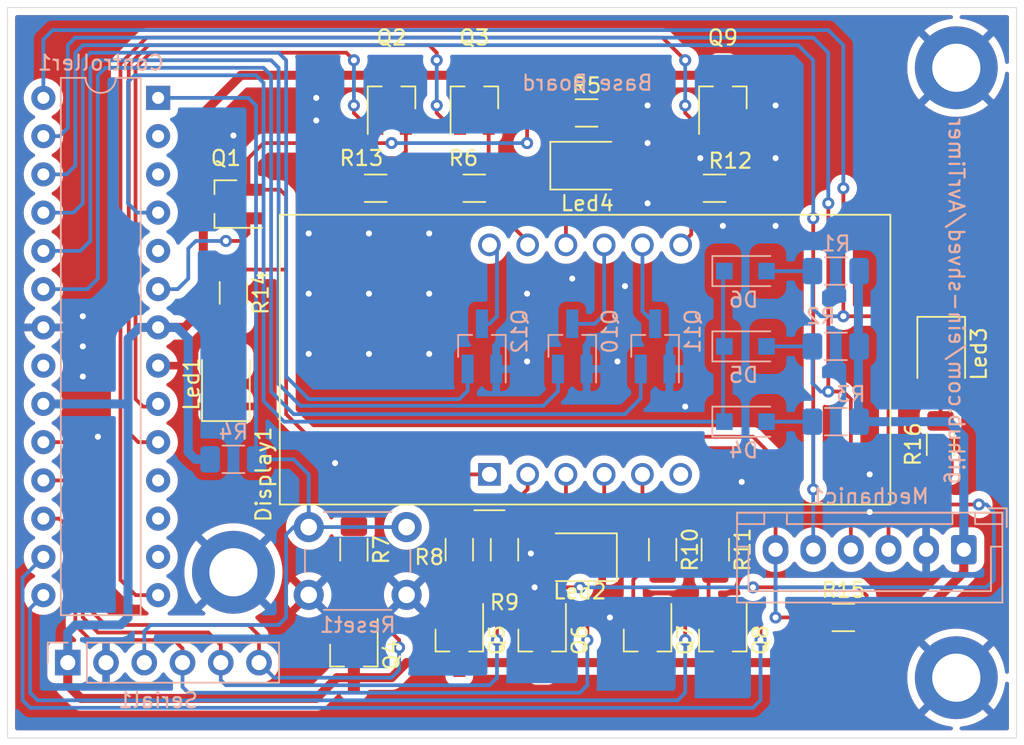
<source format=kicad_pcb>
(kicad_pcb (version 20210623) (generator pcbnew)
  (title_block (title "AvrTimer"))
  (layers (0 "F.Cu" signal) (31 "B.Cu" signal) (34 "B.Paste" user) (35 "F.Paste" user) (36 "B.SilkS" user "B.Silkscreen") (37 "F.SilkS" user "F.Silkscreen") (38 "B.Mask" user) (39 "F.Mask" user) (44 "Edge.Cuts" user))
  (net 0 "")
  (net 1 "GND")
  (net 2 "VCC")
  (net 3 "Net-(Q2-Pad2)")
  (net 4 "Net-(Q3-Pad2)")
  (net 5 "Net-(Q4-Pad2)")
  (net 6 "Net-(Q8-Pad2)")
  (net 7 "Net-(Q9-Pad2)")
  (net 8 "Net-(Controller1-Pad28)")
  (net 9 "Net-(Controller1-Pad14)")
  (net 10 "Net-(Controller1-Pad27)")
  (net 12 "Net-(Controller1-Pad26)")
  (net 14 "Net-(Controller1-Pad25)")
  (net 16 "Net-(Controller1-Pad24)")
  (net 17 "Net-(Controller1-Pad10)")
  (net 18 "Net-(Controller1-Pad23)")
  (net 19 "Net-(Controller1-Pad9)")
  (net 20 "Net-(Display1-Pad12)")
  (net 22 "Net-(Led2-Pad2)")
  (net 23 "Net-(Controller1-Pad6)")
  (net 24 "Net-(Controller1-Pad19)")
  (net 26 "Net-(Controller1-Pad18)")
  (net 27 "Net-(Controller1-Pad4)")
  (net 28 "Net-(Controller1-Pad17)")
  (net 30 "Net-(Controller1-Pad16)")
  (net 32 "Net-(Controller1-Pad15)")
  (net 33 "Net-(Controller1-Pad1)")
  (net 34 "Net-(Display1-Pad11)")
  (net 35 "Net-(Display1-Pad10)")
  (net 36 "Net-(Display1-Pad9)")
  (net 37 "Net-(Display1-Pad7)")
  (net 39 "Net-(Display1-Pad5)")
  (net 40 "Net-(Display1-Pad4)")
  (net 41 "Net-(Display1-Pad3)")
  (net 42 "Net-(Display1-Pad2)")
  (net 43 "Net-(Display1-Pad1)")
  (net 44 "Net-(Led1-Pad2)")
  (net 45 "Net-(Led3-Pad2)")
  (net 46 "Net-(Led4-Pad2)")
  (net 47 "Net-(Q5-Pad2)")
  (net 48 "Net-(Q6-Pad2)")
  (net 49 "Net-(Q7-Pad2)")
  (net 50 "Net-(Mechanic1-Pad6)")
  (net 51 "Net-(Display1-Pad8)")
  (footprint "LED_SMD:LED_1210_3225Metric_Pad1.42x2.65mm_HandSolder" (layer "F.Cu") (at 92.5 74 90)
    (fp_text reference "Led1")
    (fp_text value "Red")
  )
  (footprint "LED_SMD:LED_1210_3225Metric_Pad1.42x2.65mm_HandSolder" (layer "F.Cu") (at 116.5 59.5)
    (fp_text reference "Led4")
    (fp_text value "Red")
  )
  (footprint "Package_TO_SOT_SMD:SOT-23_Handsoldering" (layer "F.Cu") (at 92.5 62.05 180)
    (fp_text reference "Q1")
    (fp_text value "BC846")
  )
  (footprint "Package_TO_SOT_SMD:SOT-23_Handsoldering" (layer "F.Cu") (at 103.5 55 90)
    (fp_text reference "Q2")
    (fp_text value "BC846")
  )
  (footprint "Package_TO_SOT_SMD:SOT-23_Handsoldering" (layer "F.Cu") (at 109 55 90)
    (fp_text reference "Q3")
    (fp_text value "BC846")
  )
  (footprint "Package_TO_SOT_SMD:SOT-23_Handsoldering" (layer "F.Cu") (at 101 92 -90)
    (fp_text reference "Q4")
    (fp_text value "BC846")
  )
  (footprint "Package_TO_SOT_SMD:SOT-23_Handsoldering" (layer "F.Cu") (at 108 91 -90)
    (fp_text reference "Q5")
    (fp_text value "BC846")
  )
  (footprint "Package_TO_SOT_SMD:SOT-23_Handsoldering" (layer "F.Cu") (at 113.5 91 -90)
    (fp_text reference "Q6")
    (fp_text value "BC846")
  )
  (footprint "Package_TO_SOT_SMD:SOT-23_Handsoldering" (layer "F.Cu") (at 120.5 91 -90)
    (fp_text reference "Q7")
    (fp_text value "BC846")
  )
  (footprint "Package_TO_SOT_SMD:SOT-23_Handsoldering" (layer "F.Cu") (at 125.5 91 -90)
    (fp_text reference "Q8")
    (fp_text value "BC846")
  )
  (footprint "Package_TO_SOT_SMD:SOT-23_Handsoldering" (layer "F.Cu") (at 125.5 55 90)
    (fp_text reference "Q9")
    (fp_text value "BC846")
  )
  (footprint "Resistor_SMD:R_1206_3216Metric_Pad1.30x1.75mm_HandSolder" (layer "F.Cu") (at 116.45 56)
    (fp_text reference "R5")
    (fp_text value "R")
  )
  (footprint "Resistor_SMD:R_1206_3216Metric_Pad1.30x1.75mm_HandSolder" (layer "F.Cu") (at 109 61 180)
    (fp_text reference "R6")
    (fp_text value "R")
  )
  (footprint "Resistor_SMD:R_1206_3216Metric_Pad1.30x1.75mm_HandSolder" (layer "F.Cu") (at 101 85 -90)
    (fp_text reference "R7")
    (fp_text value "R")
  )
  (footprint "Resistor_SMD:R_1206_3216Metric_Pad1.30x1.75mm_HandSolder" (layer "F.Cu") (at 108 85 -90)
    (fp_text reference "R8")
    (fp_text value "R")
  )
  (footprint "Resistor_SMD:R_1206_3216Metric_Pad1.30x1.75mm_HandSolder" (layer "F.Cu") (at 111 85 -90)
    (fp_text reference "R9")
    (fp_text value "R")
  )
  (footprint "Resistor_SMD:R_1206_3216Metric_Pad1.30x1.75mm_HandSolder" (layer "F.Cu") (at 121.5 85 -90)
    (fp_text reference "R10")
    (fp_text value "R")
  )
  (footprint "Resistor_SMD:R_1206_3216Metric_Pad1.30x1.75mm_HandSolder" (layer "F.Cu") (at 125 85 -90)
    (fp_text reference "R11")
    (fp_text value "R")
  )
  (footprint "Resistor_SMD:R_1206_3216Metric_Pad1.30x1.75mm_HandSolder" (layer "F.Cu") (at 124.95 61)
    (fp_text reference "R12")
    (fp_text value "R")
  )
  (footprint "Resistor_SMD:R_1206_3216Metric_Pad1.30x1.75mm_HandSolder" (layer "F.Cu") (at 102.45 61 180)
    (fp_text reference "R13")
    (fp_text value "R")
  )
  (footprint "Footprints:BC56-12GWA" (layer "F.Cu") (at 110 80 90)
    (fp_text reference "Display1")
    (fp_text value "BC56-12SRWA")
  )
  (footprint "LED_SMD:LED_1210_3225Metric_Pad1.42x2.65mm_HandSolder" (layer "F.Cu") (at 116 85.5 180)
    (fp_text reference "Led2")
    (fp_text value "Red")
  )
  (footprint "LED_SMD:LED_1210_3225Metric_Pad1.42x2.65mm_HandSolder" (layer "F.Cu") (at 140 72 -90)
    (fp_text reference "Led3")
    (fp_text value "Red")
  )
  (footprint "Resistor_SMD:R_1206_3216Metric_Pad1.30x1.75mm_HandSolder" (layer "F.Cu") (at 93 67.95 -90)
    (fp_text reference "R14")
    (fp_text value "R")
  )
  (footprint "" (layer "F.Cu") (at 141 93.5)
    (fp_text reference "")
    (fp_text value "")
  )
  (footprint "Resistor_SMD:R_1206_3216Metric_Pad1.30x1.75mm_HandSolder" (layer "F.Cu") (at 133.5 89.5)
    (fp_text reference "R15")
    (fp_text value "R")
  )
  (footprint "Resistor_SMD:R_1206_3216Metric_Pad1.30x1.75mm_HandSolder" (layer "F.Cu") (at 139.95 78 90)
    (fp_text reference "R16")
    (fp_text value "R")
  )
  (footprint "" (layer "F.Cu") (at 93 86.5)
    (fp_text reference "")
    (fp_text value "")
  )
  (footprint "" (layer "F.Cu") (at 141 53)
    (fp_text reference "")
    (fp_text value "")
  )
  (footprint "Diode_SMD:D_SOD-123F" (layer "B.Cu") (at 127 76.5)
    (fp_text reference "D4")
    (fp_text value "D")
  )
  (footprint "Diode_SMD:D_SOD-123F" (layer "B.Cu") (at 127 71.5)
    (fp_text reference "D5")
    (fp_text value "D")
  )
  (footprint "Connector_JST:JST_XH_B6B-XH-A_1x06_P2.50mm_Vertical" (layer "B.Cu") (at 141.5 85 180)
    (fp_text reference "Mechanic1")
    (fp_text value "Conn_01x06")
  )
  (footprint "Package_TO_SOT_SMD:SOT-23_Handsoldering" (layer "B.Cu") (at 115.5 71.5 90)
    (fp_text reference "Q10")
    (fp_text value "BC557")
  )
  (footprint "Package_TO_SOT_SMD:SOT-23_Handsoldering" (layer "B.Cu") (at 121 71.5 90)
    (fp_text reference "Q11")
    (fp_text value "BC557")
  )
  (footprint "Package_TO_SOT_SMD:SOT-23_Handsoldering" (layer "B.Cu") (at 109.5 71.5 90)
    (fp_text reference "Q12")
    (fp_text value "BC557")
  )
  (footprint "Resistor_SMD:R_1206_3216Metric_Pad1.30x1.75mm_HandSolder" (layer "B.Cu") (at 133 71.5 180)
    (fp_text reference "R2")
    (fp_text value "R")
  )
  (footprint "Resistor_SMD:R_1206_3216Metric_Pad1.30x1.75mm_HandSolder" (layer "B.Cu") (at 133 76.5 180)
    (fp_text reference "R3")
    (fp_text value "R")
  )
  (footprint "Resistor_SMD:R_1206_3216Metric_Pad1.30x1.75mm_HandSolder" (layer "B.Cu") (at 93 79 180)
    (fp_text reference "R4")
    (fp_text value "R")
  )
  (footprint "Button_Switch_THT:SW_PUSH_6mm" (layer "B.Cu") (at 98 88)
    (fp_text reference "Reset1")
    (fp_text value "SW_DIP_x01")
  )
  (footprint "Package_DIP:DIP-28_W7.62mm" (layer "B.Cu") (at 88 55 180)
    (fp_text reference "Controller1")
    (fp_text value "ATmega8-16PU")
  )
  (footprint "Connector_PinHeader_2.54mm:PinHeader_1x06_P2.54mm_Vertical" (layer "B.Cu") (at 82 92.5 -90)
    (fp_text reference "Serial1")
    (fp_text value "Conn_01x06")
  )
  (footprint "Diode_SMD:D_SOD-123F" (layer "B.Cu") (at 127 66.5)
    (fp_text reference "D6")
    (fp_text value "D")
  )
  (footprint "Resistor_SMD:R_1206_3216Metric_Pad1.30x1.75mm_HandSolder" (layer "B.Cu") (at 133 66.5 180)
    (fp_text reference "R1")
    (fp_text value "R")
  )
  (gr_rect (start 78 49) (end 145 97.5) (layer "Edge.Cuts") (width 0.05) (fill none))
  (gr_text "Base Board" (at 116.5 54) (layer "B.SilkS") (effects (font (size 1 1)) (justify mirror)))
  (gr_text "github.com/ein-shved/AvrTimer" (at 141 68.5 -90) (layer "B.SilkS") (effects (font (size 1 1)) (justify mirror)))
  (via (at 120.5 58) (size 0.8) (drill 0.4) (layers "F.Cu" "B.Cu") (net 1))
  (via (at 120.5 55.5) (size 0.8) (drill 0.4) (layers "F.Cu" "B.Cu") (net 1))
  (via (at 93 57.5) (size 0.8) (drill 0.4) (layers "F.Cu" "B.Cu") (net 1))
  (via (at 99.75 79.25) (size 0.8) (drill 0.4) (layers "F.Cu" "B.Cu") (net 1))
  (via (at 112.5 72.5) (size 0.8) (drill 0.4) (layers "F.Cu" "B.Cu") (net 1))
  (via (at 118 89.5) (size 0.8) (drill 0.4) (layers "F.Cu" "B.Cu") (net 1))
  (via (at 119 67.5) (size 0.8) (drill 0.4) (layers "F.Cu" "B.Cu") (net 1))
  (via (at 98 64) (size 0.8) (drill 0.4) (layers "F.Cu" "B.Cu") (net 1))
  (via (at 102 72) (size 0.8) (drill 0.4) (layers "F.Cu" "B.Cu") (net 1))
  (via (at 98 72) (size 0.8) (drill 0.4) (layers "F.Cu" "B.Cu") (net 1))
  (via (at 129 59) (size 0.8) (drill 0.4) (layers "F.Cu" "B.Cu") (net 1))
  (via (at 120.5 62) (size 0.8) (drill 0.4) (layers "F.Cu" "B.Cu") (net 1))
  (via (at 113 87.5) (size 0.8) (drill 0.4) (layers "F.Cu" "B.Cu") (net 1))
  (via (at 106 64) (size 0.8) (drill 0.4) (layers "F.Cu" "B.Cu") (net 1))
  (via (at 102 64) (size 0.8) (drill 0.4) (layers "F.Cu" "B.Cu") (net 1))
  (via (at 126.75 80.5) (size 0.8) (drill 0.4) (layers "F.Cu" "B.Cu") (net 1))
  (via (at 83 73.5) (size 0.8) (drill 0.4) (layers "F.Cu" "B.Cu") (net 1))
  (via (at 129 63.5) (size 0.8) (drill 0.4) (layers "F.Cu" "B.Cu") (net 1))
  (via (at 125.5 63.5) (size 0.8) (drill 0.4) (layers "F.Cu" "B.Cu") (net 1))
  (via (at 118.5 72.5) (size 0.8) (drill 0.4) (layers "F.Cu" "B.Cu") (net 1))
  (via (at 83 69.5) (size 0.8) (drill 0.4) (layers "F.Cu" "B.Cu") (net 1))
  (via (at 135.25 80) (size 0.8) (drill 0.4) (layers "F.Cu" "B.Cu") (net 1))
  (via (at 123 75.5) (size 0.8) (drill 0.4) (layers "F.Cu" "B.Cu") (net 1))
  (via (at 98.5 55) (size 0.8) (drill 0.4) (layers "F.Cu" "B.Cu") (net 1))
  (via (at 106 72) (size 0.8) (drill 0.4) (layers "F.Cu" "B.Cu") (net 1))
  (via (at 98 68) (size 0.8) (drill 0.4) (layers "F.Cu" "B.Cu") (net 1))
  (via (at 83 71.5) (size 0.8) (drill 0.4) (layers "F.Cu" "B.Cu") (net 1))
  (via (at 112.5 68) (size 0.8) (drill 0.4) (layers "F.Cu" "B.Cu") (net 1))
  (via (at 106 68) (size 0.8) (drill 0.4) (layers "F.Cu" "B.Cu") (net 1))
  (via (at 115.5 67) (size 0.8) (drill 0.4) (layers "F.Cu" "B.Cu") (net 1))
  (via (at 84 77.5) (size 0.8) (drill 0.4) (layers "F.Cu" "B.Cu") (net 1))
  (via (at 112.75 85.25) (size 0.8) (drill 0.4) (layers "F.Cu" "B.Cu") (net 1))
  (via (at 124 59) (size 0.8) (drill 0.4) (layers "F.Cu" "B.Cu") (net 1))
  (via (at 135.25 82.5) (size 0.8) (drill 0.4) (layers "F.Cu" "B.Cu") (net 1))
  (via (at 129 55.5) (size 0.8) (drill 0.4) (layers "F.Cu" "B.Cu") (net 1))
  (via (at 102 68) (size 0.8) (drill 0.4) (layers "F.Cu" "B.Cu") (net 1))
  (via (at 98.5 56.5) (size 0.8) (drill 0.4) (layers "F.Cu" "B.Cu") (net 1))
  (segment (start 101 93.5) (end 103.5 93.5) (width 0.6) (layer "F.Cu") (net 2))
  (segment (start 108 92.5) (end 113.5 92.5) (width 0.6) (layer "F.Cu") (net 2))
  (segment (start 103.5 53.5) (end 109 53.5) (width 0.6) (layer "F.Cu") (net 2))
  (segment (start 120.5 92.5) (end 125.5 92.5) (width 0.6) (layer "F.Cu") (net 2))
  (segment (start 91 62.05) (end 91 56) (width 0.6) (layer "F.Cu") (net 2))
  (segment (start 99.87548 93.5) (end 101 93.5) (width 0.6) (layer "F.Cu") (net 2))
  (segment (start 98.5 94.87548) (end 99.87548 93.5) (width 0.6) (layer "F.Cu") (net 2))
  (segment (start 141.5 86.5) (end 141.5 85) (width 0.6) (layer "F.Cu") (net 2))
  (segment (start 135.5 92.5) (end 141.5 86.5) (width 0.6) (layer "F.Cu") (net 2))
  (segment (start 113.5 92.5) (end 120.5 92.5) (width 0.6) (layer "F.Cu") (net 2))
  (segment (start 82.87548 94.87548) (end 98.5 94.87548) (width 0.6) (layer "F.Cu") (net 2))
  (segment (start 103.5 93.5) (end 104.5 92.5) (width 0.6) (layer "F.Cu") (net 2))
  (segment (start 93.5 53.5) (end 103.5 53.5) (width 0.6) (layer "F.Cu") (net 2))
  (segment (start 82 94) (end 82.87548 94.87548) (width 0.6) (layer "F.Cu") (net 2))
  (segment (start 89.76 70.24) (end 91 69) (width 0.6) (layer "F.Cu") (net 2))
  (segment (start 104.5 92.5) (end 108 92.5) (width 0.6) (layer "F.Cu") (net 2))
  (segment (start 91 69) (end 91 62.05) (width 0.6) (layer "F.Cu") (net 2))
  (segment (start 125.5 92.5) (end 135.5 92.5) (width 0.6) (layer "F.Cu") (net 2))
  (segment (start 91 56) (end 93.5 53.5) (width 0.6) (layer "F.Cu") (net 2))
  (segment (start 109 53.5) (end 125.5 53.5) (width 0.6) (layer "F.Cu") (net 2))
  (segment (start 82 92.5) (end 82 94) (width 0.6) (layer "F.Cu") (net 2))
  (segment (start 88 70.24) (end 89.76 70.24) (width 0.6) (layer "F.Cu") (net 2))
  (segment (start 134.5 76.5) (end 134.5 66.55) (width 0.6) (layer "B.Cu") (net 2))
  (segment (start 140.5 76.5) (end 134.5 76.5) (width 0.6) (layer "B.Cu") (net 2))
  (segment (start 88 70.24) (end 89.24 70.24) (width 0.6) (layer "B.Cu") (net 2))
  (segment (start 85.5 90) (end 86 89.5) (width 0.6) (layer "B.Cu") (net 2))
  (segment (start 82 90.5) (end 82.5 90) (width 0.6) (layer "B.Cu") (net 2))
  (segment (start 134.5 66.55) (end 134.55 66.5) (width 0.6) (layer "B.Cu") (net 2))
  (segment (start 141.5 85) (end 141.5 77.5) (width 0.6) (layer "B.Cu") (net 2))
  (segment (start 86 89.5) (end 86 75.5) (width 0.6) (layer "B.Cu") (net 2))
  (segment (start 90.475 79) (end 91.45 79) (width 0.6) (layer "B.Cu") (net 2))
  (segment (start 86 71) (end 86.76 70.24) (width 0.6) (layer "B.Cu") (net 2))
  (segment (start 86 75.5) (end 86 71) (width 0.6) (layer "B.Cu") (net 2))
  (segment (start 89.24 70.24) (end 90 71) (width 0.6) (layer "B.Cu") (net 2))
  (segment (start 90 71) (end 90 78.525) (width 0.6) (layer "B.Cu") (net 2))
  (segment (start 82.5 90) (end 85.5 90) (width 0.6) (layer "B.Cu") (net 2))
  (segment (start 86 75.5) (end 85.82 75.32) (width 0.6) (layer "B.Cu") (net 2))
  (segment (start 86.76 70.24) (end 88 70.24) (width 0.6) (layer "B.Cu") (net 2))
  (segment (start 141.5 77.5) (end 140.5 76.5) (width 0.6) (layer "B.Cu") (net 2))
  (segment (start 91 79) (end 91.45 79) (width 0.6) (layer "B.Cu") (net 2))
  (segment (start 85.82 75.32) (end 80.38 75.32) (width 0.6) (layer "B.Cu") (net 2))
  (segment (start 82 92.5) (end 82 90.5) (width 0.6) (layer "B.Cu") (net 2))
  (segment (start 90 78.525) (end 90.475 79) (width 0.6) (layer "B.Cu") (net 2))
  (segment (start 100.9 59.6) (end 101.5 59) (width 0.25) (layer "F.Cu") (net 3))
  (segment (start 100.9 61) (end 100.9 59.6) (width 0.25) (layer "F.Cu") (net 3))
  (segment (start 101.5 59) (end 104 59) (width 0.25) (layer "F.Cu") (net 3))
  (segment (start 104.45 58.55) (end 104.45 56.5) (width 0.25) (layer "F.Cu") (net 3))
  (segment (start 104 59) (end 104.45 58.55) (width 0.25) (layer "F.Cu") (net 3))
  (segment (start 108.5 59.5) (end 109.5 59.5) (width 0.25) (layer "F.Cu") (net 4))
  (segment (start 109.95 59.05) (end 109.95 56.5) (width 0.25) (layer "F.Cu") (net 4))
  (segment (start 107.45 61) (end 107.45 60.55) (width 0.25) (layer "F.Cu") (net 4))
  (segment (start 107.45 60.55) (end 108.5 59.5) (width 0.25) (layer "F.Cu") (net 4))
  (segment (start 109.5 59.5) (end 109.95 59.05) (width 0.25) (layer "F.Cu") (net 4))
  (segment (start 100.05 87.5) (end 101 86.55) (width 0.25) (layer "F.Cu") (net 5))
  (segment (start 100.05 90.5) (end 100.05 87.5) (width 0.25) (layer "F.Cu") (net 5))
  (segment (start 100.5 86.9625) (end 101 86.4625) (width 0.25) (layer "F.Cu") (net 5))
  (segment (start 124.55 87) (end 125 86.55) (width 0.25) (layer "F.Cu") (net 6))
  (segment (start 124.55 89.5) (end 124.55 87) (width 0.25) (layer "F.Cu") (net 6))
  (segment (start 125.45 86.55) (end 125 86.55) (width 0.25) (layer "F.Cu") (net 6))
  (segment (start 126.45 56.5) (end 126.45 60.95) (width 0.25) (layer "F.Cu") (net 7))
  (segment (start 126.45 60.95) (end 126.5 61) (width 0.25) (layer "F.Cu") (net 7))
  (segment (start 136.5 70) (end 136.5 85) (width 0.25) (layer "F.Cu") (net 8))
  (segment (start 133.5 61) (end 133.5 69.5) (width 0.25) (layer "F.Cu") (net 8))
  (segment (start 136 69.5) (end 136.5 70) (width 0.25) (layer "F.Cu") (net 8))
  (segment (start 133.5 69.5) (end 136 69.5) (width 0.25) (layer "F.Cu") (net 8))
  (via (at 133.5 61) (size 0.8) (drill 0.4) (layers "F.Cu" "B.Cu") (net 8))
  (via (at 133.5 69.5) (size 0.8) (drill 0.4) (layers "F.Cu" "B.Cu") (net 8))
  (segment (start 133.5 51.5) (end 132.5 50.5) (width 0.25) (layer "B.Cu") (net 8))
  (segment (start 133.5 61) (end 133.5 51.5) (width 0.25) (layer "B.Cu") (net 8))
  (segment (start 132 69.5) (end 131.45 68.95) (width 0.25) (layer "B.Cu") (net 8))
  (segment (start 133.5 69.5) (end 132 69.5) (width 0.25) (layer "B.Cu") (net 8))
  (segment (start 128.4875 66.5) (end 131.45 66.5) (width 0.25) (layer "B.Cu") (net 8))
  (segment (start 80.38 51.12) (end 80.38 55) (width 0.25) (layer "B.Cu") (net 8))
  (segment (start 132.5 50.5) (end 81 50.5) (width 0.25) (layer "B.Cu") (net 8))
  (segment (start 131.45 68.95) (end 131.45 66.5) (width 0.25) (layer "B.Cu") (net 8))
  (segment (start 81 50.5) (end 80.38 51.12) (width 0.25) (layer "B.Cu") (net 8))
  (segment (start 123.5 56.5) (end 124.55 56.5) (width 0.25) (layer "F.Cu") (net 9))
  (segment (start 123 56) (end 123.5 56.5) (width 0.25) (layer "F.Cu") (net 9))
  (segment (start 121.5 51) (end 123 52.5) (width 0.25) (layer "F.Cu") (net 9))
  (segment (start 123 55.5) (end 123 56) (width 0.25) (layer "F.Cu") (net 9))
  (segment (start 87.228565 51) (end 121.5 51) (width 0.25) (layer "F.Cu") (net 9))
  (segment (start 85.5 52.728565) (end 87.228565 51) (width 0.25) (layer "F.Cu") (net 9))
  (segment (start 88 88.02) (end 86.51 88.02) (width 0.25) (layer "F.Cu") (net 9))
  (segment (start 86.51 88.02) (end 85.5 87.01) (width 0.25) (layer "F.Cu") (net 9))
  (segment (start 85.5 87.01) (end 85.5 52.728565) (width 0.25) (layer "F.Cu") (net 9))
  (via (at 123 52.5) (size 0.8) (drill 0.4) (layers "F.Cu" "B.Cu") (net 9))
  (via (at 123 55.5) (size 0.8) (drill 0.4) (layers "F.Cu" "B.Cu") (net 9))
  (segment (start 123 52.5) (end 123 55.5) (width 0.25) (layer "B.Cu") (net 9))
  (segment (start 134 75) (end 134 85) (width 0.25) (layer "F.Cu") (net 10))
  (segment (start 132.5 74.5) (end 133.5 74.5) (width 0.25) (layer "F.Cu") (net 10))
  (segment (start 133.5 74.5) (end 134 75) (width 0.25) (layer "F.Cu") (net 10))
  (segment (start 132.5 62) (end 132.5 74.5) (width 0.25) (layer "F.Cu") (net 10))
  (via (at 132.5 62) (size 0.8) (drill 0.4) (layers "F.Cu" "B.Cu") (net 10))
  (via (at 132.5 74.5) (size 0.8) (drill 0.4) (layers "F.Cu" "B.Cu") (net 10))
  (segment (start 82.5 51) (end 82 51.5) (width 0.25) (layer "B.Cu") (net 10))
  (segment (start 82 57) (end 81.46 57.54) (width 0.25) (layer "B.Cu") (net 10))
  (segment (start 81.46 57.54) (end 80.38 57.54) (width 0.25) (layer "B.Cu") (net 10))
  (segment (start 132.5 62) (end 132.5 52) (width 0.25) (layer "B.Cu") (net 10))
  (segment (start 131.5 51) (end 82.5 51) (width 0.25) (layer "B.Cu") (net 10))
  (segment (start 132.5 74.5) (end 132 74.5) (width 0.25) (layer "B.Cu") (net 10))
  (segment (start 132.5 52) (end 131.5 51) (width 0.25) (layer "B.Cu") (net 10))
  (segment (start 128.4875 71.5) (end 131.45 71.5) (width 0.25) (layer "B.Cu") (net 10))
  (segment (start 82 51.5) (end 82 57) (width 0.25) (layer "B.Cu") (net 10))
  (segment (start 132 74.5) (end 131.45 73.95) (width 0.25) (layer "B.Cu") (net 10))
  (segment (start 131.45 73.95) (end 131.45 71.5) (width 0.25) (layer "B.Cu") (net 10))
  (segment (start 131.5 63) (end 131.5 81) (width 0.25) (layer "F.Cu") (net 12))
  (via (at 131.5 63) (size 0.8) (drill 0.4) (layers "F.Cu" "B.Cu") (net 12))
  (via (at 131.5 81) (size 0.8) (drill 0.4) (layers "F.Cu" "B.Cu") (net 12))
  (segment (start 131.5 76.55) (end 131.45 76.5) (width 0.25) (layer "B.Cu") (net 12))
  (segment (start 82.5 59.5) (end 81.92 60.08) (width 0.25) (layer "B.Cu") (net 12))
  (segment (start 83 51.5) (end 82.5 52) (width 0.25) (layer "B.Cu") (net 12))
  (segment (start 131.5 81) (end 131.5 76.55) (width 0.25) (layer "B.Cu") (net 12))
  (segment (start 131.5 52.5) (end 130.5 51.5) (width 0.25) (layer "B.Cu") (net 12))
  (segment (start 131.5 81) (end 131.5 85) (width 0.25) (layer "B.Cu") (net 12))
  (segment (start 131.45 76.5) (end 128.4875 76.5) (width 0.25) (layer "B.Cu") (net 12))
  (segment (start 82.5 52) (end 82.5 59.5) (width 0.25) (layer "B.Cu") (net 12))
  (segment (start 79.88 60.08) (end 80.38 60.08) (width 0.25) (layer "B.Cu") (net 12))
  (segment (start 131.5 63) (end 131.5 52.5) (width 0.25) (layer "B.Cu") (net 12))
  (segment (start 81.92 60.08) (end 80.38 60.08) (width 0.25) (layer "B.Cu") (net 12))
  (segment (start 130.5 51.5) (end 83 51.5) (width 0.25) (layer "B.Cu") (net 12))
  (segment (start 96.5 52.5) (end 96.5 73.5) (width 0.25) (layer "B.Cu") (net 14))
  (segment (start 96 52) (end 96.5 52.5) (width 0.25) (layer "B.Cu") (net 14))
  (segment (start 80.38 62.62) (end 82.38 62.62) (width 0.25) (layer "B.Cu") (net 14))
  (segment (start 82.38 62.62) (end 83 62) (width 0.25) (layer "B.Cu") (net 14))
  (segment (start 83 62) (end 83 52.5) (width 0.25) (layer "B.Cu") (net 14))
  (segment (start 98 75) (end 108 75) (width 0.25) (layer "B.Cu") (net 14))
  (segment (start 96.5 73.5) (end 98 75) (width 0.25) (layer "B.Cu") (net 14))
  (segment (start 108.55 74.45) (end 108.55 73) (width 0.25) (layer "B.Cu") (net 14))
  (segment (start 108 75) (end 108.55 74.45) (width 0.25) (layer "B.Cu") (net 14))
  (segment (start 83.5 52) (end 96 52) (width 0.25) (layer "B.Cu") (net 14))
  (segment (start 83 52.5) (end 83.5 52) (width 0.25) (layer "B.Cu") (net 14))
  (segment (start 96 74) (end 97.44952 75.44952) (width 0.25) (layer "B.Cu") (net 16))
  (segment (start 113.57548 75.44952) (end 114.55 74.475) (width 0.25) (layer "B.Cu") (net 16))
  (segment (start 95.5 52.5) (end 96 53) (width 0.25) (layer "B.Cu") (net 16))
  (segment (start 84 52.5) (end 95.5 52.5) (width 0.25) (layer "B.Cu") (net 16))
  (segment (start 114.55 74.475) (end 114.55 73) (width 0.25) (layer "B.Cu") (net 16))
  (segment (start 97.44952 75.44952) (end 113.57548 75.44952) (width 0.25) (layer "B.Cu") (net 16))
  (segment (start 83.5 64.5) (end 83.5 53) (width 0.25) (layer "B.Cu") (net 16))
  (segment (start 82.84 65.16) (end 83.5 64.5) (width 0.25) (layer "B.Cu") (net 16))
  (segment (start 96 53) (end 96 74) (width 0.25) (layer "B.Cu") (net 16))
  (segment (start 80.38 65.16) (end 82.84 65.16) (width 0.25) (layer "B.Cu") (net 16))
  (segment (start 83.5 53) (end 84 52.5) (width 0.25) (layer "B.Cu") (net 16))
  (segment (start 87.364283 51.5) (end 86.05048 52.813803) (width 0.25) (layer "F.Cu") (net 17))
  (segment (start 86.05048 52.813803) (end 86.05048 77.23048) (width 0.25) (layer "F.Cu") (net 17))
  (segment (start 106.5 52) (end 106 51.5) (width 0.25) (layer "F.Cu") (net 17))
  (segment (start 106 51.5) (end 87.364283 51.5) (width 0.25) (layer "F.Cu") (net 17))
  (segment (start 86.05048 77.23048) (end 86.68 77.86) (width 0.25) (layer "F.Cu") (net 17))
  (segment (start 86.68 77.86) (end 88 77.86) (width 0.25) (layer "F.Cu") (net 17))
  (segment (start 107 56.5) (end 108.05 56.5) (width 0.25) (layer "F.Cu") (net 17))
  (segment (start 106.5 55.5) (end 106.5 56) (width 0.25) (layer "F.Cu") (net 17))
  (segment (start 106.5 56) (end 107 56.5) (width 0.25) (layer "F.Cu") (net 17))
  (segment (start 106.5 52.5) (end 106.5 52) (width 0.25) (layer "F.Cu") (net 17))
  (via (at 106.5 52.5) (size 0.8) (drill 0.4) (layers "F.Cu" "B.Cu") (net 17))
  (via (at 106.5 55.5) (size 0.8) (drill 0.4) (layers "F.Cu" "B.Cu") (net 17))
  (segment (start 106.5 52.5) (end 106.5 55.5) (width 0.25) (layer "B.Cu") (net 17))
  (segment (start 80.38 67.7) (end 83.3 67.7) (width 0.25) (layer "B.Cu") (net 18))
  (segment (start 95.5 53.5) (end 95.5 74.5) (width 0.25) (layer "B.Cu") (net 18))
  (segment (start 84.5 53) (end 95 53) (width 0.25) (layer "B.Cu") (net 18))
  (segment (start 119 76) (end 120.05 74.95) (width 0.25) (layer "B.Cu") (net 18))
  (segment (start 120.05 74.95) (end 120.05 73) (width 0.25) (layer "B.Cu") (net 18))
  (segment (start 95.5 74.5) (end 97 76) (width 0.25) (layer "B.Cu") (net 18))
  (segment (start 97 76) (end 119 76) (width 0.25) (layer "B.Cu") (net 18))
  (segment (start 95 53) (end 95.5 53.5) (width 0.25) (layer "B.Cu") (net 18))
  (segment (start 84 53.5) (end 84.5 53) (width 0.25) (layer "B.Cu") (net 18))
  (segment (start 84 67) (end 84 53.5) (width 0.25) (layer "B.Cu") (net 18))
  (segment (start 83.3 67.7) (end 84 67) (width 0.25) (layer "B.Cu") (net 18))
  (segment (start 87 75.5) (end 87.82 75.5) (width 0.25) (layer "F.Cu") (net 19))
  (segment (start 101 56) (end 101.5 56.5) (width 0.25) (layer "F.Cu") (net 19))
  (segment (start 101 55.5) (end 101 56) (width 0.25) (layer "F.Cu") (net 19))
  (segment (start 87.82 75.5) (end 88 75.32) (width 0.25) (layer "F.Cu") (net 19))
  (segment (start 86.5 53) (end 86.5 75) (width 0.25) (layer "F.Cu") (net 19))
  (segment (start 100.5 52) (end 87.5 52) (width 0.25) (layer "F.Cu") (net 19))
  (segment (start 101 52.5) (end 100.5 52) (width 0.25) (layer "F.Cu") (net 19))
  (segment (start 87.5 52) (end 86.5 53) (width 0.25) (layer "F.Cu") (net 19))
  (segment (start 101.5 56.5) (end 102.55 56.5) (width 0.25) (layer "F.Cu") (net 19))
  (segment (start 86.5 75) (end 87 75.5) (width 0.25) (layer "F.Cu") (net 19))
  (via (at 101 55.5) (size 0.8) (drill 0.4) (layers "F.Cu" "B.Cu") (net 19))
  (via (at 101 52.5) (size 0.8) (drill 0.4) (layers "F.Cu" "B.Cu") (net 19))
  (segment (start 101 52.5) (end 101 55.5) (width 0.25) (layer "B.Cu") (net 19))
  (segment (start 110.5 65.26) (end 110 64.76) (width 0.25) (layer "B.Cu") (net 20))
  (segment (start 109.5 70) (end 110 70) (width 0.25) (layer "B.Cu") (net 20))
  (segment (start 110.5 69.5) (end 110.5 65.26) (width 0.25) (layer "B.Cu") (net 20))
  (segment (start 110 70) (end 110.5 69.5) (width 0.25) (layer "B.Cu") (net 20))
  (segment (start 135.05 89.5) (end 135.05 88.05) (width 0.25) (layer "F.Cu") (net 22))
  (segment (start 114.5125 86.9875) (end 114.5125 85.5) (width 0.25) (layer "F.Cu") (net 22))
  (segment (start 116 87.5) (end 115 87.5) (width 0.25) (layer "F.Cu") (net 22))
  (segment (start 135.05 88.05) (end 134.5 87.5) (width 0.25) (layer "F.Cu") (net 22))
  (segment (start 114.5 85.4) (end 114.6 85.5) (width 0.25) (layer "F.Cu") (net 22))
  (segment (start 134.5 87.5) (end 127.5 87.5) (width 0.25) (layer "F.Cu") (net 22))
  (segment (start 114.5 87) (end 114.5125 86.9875) (width 0.25) (layer "F.Cu") (net 22))
  (segment (start 115 87.5) (end 114.5 87) (width 0.25) (layer "F.Cu") (net 22))
  (segment (start 114.5 85) (end 114.5 85.4) (width 0.25) (layer "F.Cu") (net 22))
  (via (at 127.5 87.5) (size 0.8) (drill 0.4) (layers "F.Cu" "B.Cu") (net 22))
  (via (at 116 87.5) (size 0.8) (drill 0.4) (layers "F.Cu" "B.Cu") (net 22))
  (segment (start 127.5 87.5) (end 116 87.5) (width 0.25) (layer "B.Cu") (net 22))
  (segment (start 92.5 64.5) (end 93.5 64.5) (width 0.25) (layer "F.Cu") (net 23))
  (segment (start 93.5 64.5) (end 94 64) (width 0.25) (layer "F.Cu") (net 23))
  (segment (start 94 64) (end 94 63) (width 0.25) (layer "F.Cu") (net 23))
  (via (at 92.5 64.5) (size 0.8) (drill 0.4) (layers "F.Cu" "B.Cu") (net 23))
  (segment (start 92.5 64.5) (end 90.5 64.5) (width 0.25) (layer "B.Cu") (net 23))
  (segment (start 89.3 67.7) (end 88 67.7) (width 0.25) (layer "B.Cu") (net 23))
  (segment (start 90 65) (end 90 67) (width 0.25) (layer "B.Cu") (net 23))
  (segment (start 90 67) (end 89.3 67.7) (width 0.25) (layer "B.Cu") (net 23))
  (segment (start 90.5 64.5) (end 90 65) (width 0.25) (layer "B.Cu") (net 23))
  (segment (start 81.86 77.86) (end 83.5 79.5) (width 0.25) (layer "F.Cu") (net 24))
  (segment (start 104 91.5) (end 104 91) (width 0.25) (layer "F.Cu") (net 24))
  (segment (start 103.5 90.5) (end 101.95 90.5) (width 0.25) (layer "F.Cu") (net 24))
  (segment (start 80.38 77.86) (end 81.86 77.86) (width 0.25) (layer "F.Cu") (net 24))
  (segment (start 83.5 79.5) (end 83.5 89) (width 0.25) (layer "F.Cu") (net 24))
  (segment (start 94 90) (end 94.7 90.7) (width 0.25) (layer "F.Cu") (net 24))
  (segment (start 84.5 90) (end 94 90) (width 0.25) (layer "F.Cu") (net 24))
  (segment (start 94.7 90.7) (end 94.7 92.5) (width 0.25) (layer "F.Cu") (net 24))
  (segment (start 104 91) (end 103.5 90.5) (width 0.25) (layer "F.Cu") (net 24))
  (segment (start 83.5 89) (end 84.5 90) (width 0.25) (layer "F.Cu") (net 24))
  (segment (start 94.7 92.5) (end 95.15 92.95) (width 0.25) (layer "F.Cu") (net 24))
  (via (at 104 91.5) (size 0.8) (drill 0.4) (layers "F.Cu" "B.Cu") (net 24))
  (segment (start 94.7 92.5) (end 95.7 93.5) (width 0.25) (layer "B.Cu") (net 24))
  (segment (start 95.7 93.5) (end 103.5 93.5) (width 0.25) (layer "B.Cu") (net 24))
  (segment (start 103.5 93.5) (end 104 93) (width 0.25) (layer "B.Cu") (net 24))
  (segment (start 104 93) (end 104 91.5) (width 0.25) (layer "B.Cu") (net 24))
  (segment (start 92.16 92.5) (end 92.16 91.33) (width 0.25) (layer "F.Cu") (net 26))
  (segment (start 83 89.5) (end 83 81.5) (width 0.25) (layer "F.Cu") (net 26))
  (segment (start 92.16 91.33) (end 91.33 90.5) (width 0.25) (layer "F.Cu") (net 26))
  (segment (start 91.33 90.5) (end 84 90.5) (width 0.25) (layer "F.Cu") (net 26))
  (segment (start 83 81.5) (end 81.9 80.4) (width 0.25) (layer "F.Cu") (net 26))
  (segment (start 110 89.5) (end 108.95 89.5) (width 0.25) (layer "F.Cu") (net 26))
  (segment (start 84 90.5) (end 83 89.5) (width 0.25) (layer "F.Cu") (net 26))
  (segment (start 81.9 80.4) (end 80.38 80.4) (width 0.25) (layer "F.Cu") (net 26))
  (segment (start 110.5 91) (end 110.5 90) (width 0.25) (layer "F.Cu") (net 26))
  (segment (start 110.5 90) (end 110 89.5) (width 0.25) (layer "F.Cu") (net 26))
  (via (at 110.5 91) (size 0.8) (drill 0.4) (layers "F.Cu" "B.Cu") (net 26))
  (segment (start 110.5 93.5) (end 110.5 91) (width 0.25) (layer "B.Cu") (net 26))
  (segment (start 110 94) (end 110.5 93.5) (width 0.25) (layer "B.Cu") (net 26))
  (segment (start 92.5 94) (end 110 94) (width 0.25) (layer "B.Cu") (net 26))
  (segment (start 92.16 92.5) (end 92.16 93.66) (width 0.25) (layer "B.Cu") (net 26))
  (segment (start 92.16 93.66) (end 92.5 94) (width 0.25) (layer "B.Cu") (net 26))
  (segment (start 88 62.62) (end 86.62 62.62) (width 0.25) (layer "B.Cu") (net 27))
  (segment (start 86 53.937744) (end 86.437744 53.5) (width 0.25) (layer "B.Cu") (net 27))
  (segment (start 95 54) (end 95 75.135718) (width 0.25) (layer "B.Cu") (net 27))
  (segment (start 125.5125 76.5) (end 125.5125 71.5) (width 0.25) (layer "B.Cu") (net 27))
  (segment (start 86 62) (end 86 53.937744) (width 0.25) (layer "B.Cu") (net 27))
  (segment (start 96.364282 76.5) (end 125.5125 76.5) (width 0.25) (layer "B.Cu") (net 27))
  (segment (start 86.62 62.62) (end 86 62) (width 0.25) (layer "B.Cu") (net 27))
  (segment (start 94.5 53.5) (end 95 54) (width 0.25) (layer "B.Cu") (net 27))
  (segment (start 95 75.135718) (end 96.364282 76.5) (width 0.25) (layer "B.Cu") (net 27))
  (segment (start 86.437744 53.5) (end 94.5 53.5) (width 0.25) (layer "B.Cu") (net 27))
  (segment (start 125.5125 66.5) (end 125.5125 71.5) (width 0.25) (layer "B.Cu") (net 27))
  (segment (start 82.5 84) (end 81.44 82.94) (width 0.25) (layer "F.Cu") (net 28))
  (segment (start 116.5 91) (end 116.5 90) (width 0.25) (layer "F.Cu") (net 28))
  (segment (start 89.62 92.5) (end 89.62 91.56) (width 0.25) (layer "F.Cu") (net 28))
  (segment (start 89.62 91.56) (end 89.06 91) (width 0.25) (layer "F.Cu") (net 28))
  (segment (start 89.06 91) (end 83.5 91) (width 0.25) (layer "F.Cu") (net 28))
  (segment (start 81.44 82.94) (end 80.38 82.94) (width 0.25) (layer "F.Cu") (net 28))
  (segment (start 116 89.5) (end 114.45 89.5) (width 0.25) (layer "F.Cu") (net 28))
  (segment (start 82.5 90) (end 82.5 84) (width 0.25) (layer "F.Cu") (net 28))
  (segment (start 116.5 90) (end 116 89.5) (width 0.25) (layer "F.Cu") (net 28))
  (segment (start 83.5 91) (end 82.5 90) (width 0.25) (layer "F.Cu") (net 28))
  (via (at 116.5 91) (size 0.8) (drill 0.4) (layers "F.Cu" "B.Cu") (net 28))
  (segment (start 116.5 94) (end 116 94.5) (width 0.25) (layer "B.Cu") (net 28))
  (segment (start 90 94.5) (end 89.62 94.12) (width 0.25) (layer "B.Cu") (net 28))
  (segment (start 116 94.5) (end 90 94.5) (width 0.25) (layer "B.Cu") (net 28))
  (segment (start 89.62 94.12) (end 89.62 92.5) (width 0.25) (layer "B.Cu") (net 28))
  (segment (start 116.5 91) (end 116.5 94) (width 0.25) (layer "B.Cu") (net 28))
  (segment (start 128 91) (end 128 90) (width 0.25) (layer "F.Cu") (net 30))
  (segment (start 127.5 89.5) (end 126.45 89.5) (width 0.25) (layer "F.Cu") (net 30))
  (segment (start 128 90) (end 127.5 89.5) (width 0.25) (layer "F.Cu") (net 30))
  (via (at 128 91) (size 0.8) (drill 0.4) (layers "F.Cu" "B.Cu") (net 30))
  (segment (start 79.5 95.5) (end 127.5 95.5) (width 0.25) (layer "B.Cu") (net 30))
  (segment (start 127.5 95.5) (end 128 95) (width 0.25) (layer "B.Cu") (net 30))
  (segment (start 79 95) (end 79.5 95.5) (width 0.25) (layer "B.Cu") (net 30))
  (segment (start 79 86.86) (end 79 95) (width 0.25) (layer "B.Cu") (net 30))
  (segment (start 128 95) (end 128 91) (width 0.25) (layer "B.Cu") (net 30))
  (segment (start 80.38 85.48) (end 79 86.86) (width 0.25) (layer "B.Cu") (net 30))
  (segment (start 123 90) (end 122.5 89.5) (width 0.25) (layer "F.Cu") (net 32))
  (segment (start 122.5 89.5) (end 121.45 89.5) (width 0.25) (layer "F.Cu") (net 32))
  (segment (start 123 91) (end 123 90) (width 0.25) (layer "F.Cu") (net 32))
  (via (at 123 91) (size 0.8) (drill 0.4) (layers "F.Cu" "B.Cu") (net 32))
  (segment (start 122.5 95) (end 80 95) (width 0.25) (layer "B.Cu") (net 32))
  (segment (start 79.5 94.5) (end 79.5 88.9) (width 0.25) (layer "B.Cu") (net 32))
  (segment (start 123 91) (end 123 94.5) (width 0.25) (layer "B.Cu") (net 32))
  (segment (start 123 94.5) (end 122.5 95) (width 0.25) (layer "B.Cu") (net 32))
  (segment (start 80 95) (end 79.5 94.5) (width 0.25) (layer "B.Cu") (net 32))
  (segment (start 79.5 88.9) (end 80.38 88.02) (width 0.25) (layer "B.Cu") (net 32))
  (segment (start 94.55 79) (end 94.5 78.95) (width 0.25) (layer "B.Cu") (net 33))
  (segment (start 96.5 84) (end 96.5 89.5) (width 0.25) (layer "B.Cu") (net 33))
  (segment (start 94.5 78.95) (end 94.5 55.5) (width 0.25) (layer "B.Cu") (net 33))
  (segment (start 97 79) (end 98 80) (width 0.25) (layer "B.Cu") (net 33))
  (segment (start 98 83.5) (end 104.5 83.5) (width 0.25) (layer "B.Cu") (net 33))
  (segment (start 98 83.5) (end 97 83.5) (width 0.25) (layer "B.Cu") (net 33))
  (segment (start 96 90) (end 87.5 90) (width 0.25) (layer "B.Cu") (net 33))
  (segment (start 94 55) (end 88 55) (width 0.25) (layer "B.Cu") (net 33))
  (segment (start 87.5 90) (end 87.08 90.42) (width 0.25) (layer "B.Cu") (net 33))
  (segment (start 94.55 79) (end 97 79) (width 0.25) (layer "B.Cu") (net 33))
  (segment (start 98 80) (end 98 83.5) (width 0.25) (layer "B.Cu") (net 33))
  (segment (start 94.5 55.5) (end 94 55) (width 0.25) (layer "B.Cu") (net 33))
  (segment (start 97 83.5) (end 96.5 84) (width 0.25) (layer "B.Cu") (net 33))
  (segment (start 87.08 90.42) (end 87.08 92.5) (width 0.25) (layer "B.Cu") (net 33))
  (segment (start 96.5 89.5) (end 96 90) (width 0.25) (layer "B.Cu") (net 33))
  (segment (start 111 63) (end 107 63) (width 0.25) (layer "F.Cu") (net 34))
  (segment (start 107 63) (end 105 61) (width 0.25) (layer "F.Cu") (net 34))
  (segment (start 112.54 64.54) (end 111 63) (width 0.25) (layer "F.Cu") (net 34))
  (segment (start 112.54 64.76) (end 112.54 64.54) (width 0.25) (layer "F.Cu") (net 34))
  (segment (start 105 61) (end 104 61) (width 0.25) (layer "F.Cu") (net 34))
  (segment (start 113.5 61) (end 115.08 62.58) (width 0.25) (layer "F.Cu") (net 35))
  (segment (start 115.08 62.58) (end 115.08 64.76) (width 0.25) (layer "F.Cu") (net 35))
  (segment (start 110.55 61) (end 113.5 61) (width 0.25) (layer "F.Cu") (net 35))
  (segment (start 117 70) (end 117.62 69.38) (width 0.25) (layer "B.Cu") (net 36))
  (segment (start 115.5 70) (end 117 70) (width 0.25) (layer "B.Cu") (net 36))
  (segment (start 117.62 69.38) (end 117.62 64.76) (width 0.25) (layer "B.Cu") (net 36))
  (segment (start 123.4 61) (end 123.4 64.06) (width 0.25) (layer "F.Cu") (net 37))
  (segment (start 123.4 64.06) (end 122.7 64.76) (width 0.25) (layer "F.Cu") (net 37))
  (segment (start 124.5 82) (end 120.5 82) (width 0.25) (layer "F.Cu") (net 39))
  (segment (start 120.16 81.66) (end 120.16 80) (width 0.25) (layer "F.Cu") (net 39))
  (segment (start 125 83.0375) (end 125 82.5) (width 0.25) (layer "F.Cu") (net 39))
  (segment (start 120.5 82) (end 120.16 81.66) (width 0.25) (layer "F.Cu") (net 39))
  (segment (start 125 82.5) (end 124.5 82) (width 0.25) (layer "F.Cu") (net 39))
  (segment (start 117.62 82.62) (end 117.62 80) (width 0.25) (layer "F.Cu") (net 40))
  (segment (start 118.0375 83.0375) (end 117.62 82.62) (width 0.25) (layer "F.Cu") (net 40))
  (segment (start 121.5 83.0375) (end 118.0375 83.0375) (width 0.25) (layer "F.Cu") (net 40))
  (segment (start 115.08 82.42) (end 115.08 80) (width 0.25) (layer "F.Cu") (net 41))
  (segment (start 115 80.08) (end 115.08 80) (width 0.25) (layer "F.Cu") (net 41))
  (segment (start 114.4575 80.08) (end 115 80.08) (width 0.25) (layer "F.Cu") (net 41))
  (segment (start 111 83.45) (end 114.05 83.45) (width 0.25) (layer "F.Cu") (net 41))
  (segment (start 114.05 83.45) (end 115.08 82.42) (width 0.25) (layer "F.Cu") (net 41))
  (segment (start 112.02 81.5) (end 112.54 80.98) (width 0.25) (layer "F.Cu") (net 42))
  (segment (start 108 82) (end 108.5 81.5) (width 0.25) (layer "F.Cu") (net 42))
  (segment (start 108.5 81.5) (end 112.02 81.5) (width 0.25) (layer "F.Cu") (net 42))
  (segment (start 112.54 80.98) (end 112.54 80) (width 0.25) (layer "F.Cu") (net 42))
  (segment (start 108 83.45) (end 108 82) (width 0.25) (layer "F.Cu") (net 42))
  (segment (start 101 83.5375) (end 101 81) (width 0.25) (layer "F.Cu") (net 43))
  (segment (start 102 80) (end 110 80) (width 0.25) (layer "F.Cu") (net 43))
  (segment (start 101 81) (end 102 80) (width 0.25) (layer "F.Cu") (net 43))
  (segment (start 92.5 71) (end 92.5 72.5125) (width 0.25) (layer "F.Cu") (net 44))
  (segment (start 93 69.5) (end 93 70.5) (width 0.25) (layer "F.Cu") (net 44))
  (segment (start 93 70.5) (end 92.5 71) (width 0.25) (layer "F.Cu") (net 44))
  (segment (start 139.95 73.5375) (end 140 73.4875) (width 0.25) (layer "F.Cu") (net 45))
  (segment (start 139.95 76.45) (end 139.95 73.5375) (width 0.25) (layer "F.Cu") (net 45))
  (segment (start 118 56) (end 118 59.4875) (width 0.25) (layer "F.Cu") (net 46))
  (segment (start 118 59.4875) (end 117.9875 59.5) (width 0.25) (layer "F.Cu") (net 46))
  (segment (start 107.05 89.5) (end 107.05 87.5) (width 0.25) (layer "F.Cu") (net 47))
  (segment (start 107.05 87.5) (end 108 86.55) (width 0.25) (layer "F.Cu") (net 47))
  (segment (start 111 89) (end 111.5 89.5) (width 0.25) (layer "F.Cu") (net 48))
  (segment (start 111.5 89.5) (end 112.55 89.5) (width 0.25) (layer "F.Cu") (net 48))
  (segment (start 111 86.55) (end 111 89) (width 0.25) (layer "F.Cu") (net 48))
  (segment (start 119.55 87) (end 120 86.55) (width 0.25) (layer "F.Cu") (net 49))
  (segment (start 119.55 89.5) (end 119.55 87) (width 0.25) (layer "F.Cu") (net 49))
  (segment (start 122 86.55) (end 121.5 86.55) (width 0.25) (layer "F.Cu") (net 49))
  (segment (start 120 86.55) (end 121.5 86.55) (width 0.25) (layer "F.Cu") (net 49))
  (segment (start 94.5 58.5) (end 95 58) (width 0.25) (layer "F.Cu") (net 50))
  (segment (start 112.5 56.5) (end 113 56) (width 0.25) (layer "F.Cu") (net 50))
  (segment (start 98 77.5) (end 127.5 77.5) (width 0.25) (layer "F.Cu") (net 50))
  (segment (start 96.5 76) (end 98 77.5) (width 0.25) (layer "F.Cu") (net 50))
  (segment (start 96.4 66.4) (end 93 66.4) (width 0.25) (layer "F.Cu") (net 50))
  (segment (start 113 56) (end 114.9 56) (width 0.25) (layer "F.Cu") (net 50))
  (segment (start 94 61.1) (end 96.1 61.1) (width 0.25) (layer "F.Cu") (net 50))
  (segment (start 96.5 66) (end 96.5 76) (width 0.25) (layer "F.Cu") (net 50))
  (segment (start 129 79) (end 129 85) (width 0.25) (layer "F.Cu") (net 50))
  (segment (start 140.5 82) (end 139.95 81.45) (width 0.25) (layer "F.Cu") (net 50))
  (segment (start 112.5 58) (end 112.5 56.5) (width 0.25) (layer "F.Cu") (net 50))
  (segment (start 131.95 89.5) (end 129 89.5) (width 0.25) (layer "F.Cu") (net 50))
  (segment (start 142.5 82) (end 140.5 82) (width 0.25) (layer "F.Cu") (net 50))
  (segment (start 94 61.1) (end 94 59) (width 0.25) (layer "F.Cu") (net 50))
  (segment (start 94 59) (end 94.5 58.5) (width 0.25) (layer "F.Cu") (net 50))
  (segment (start 95 58) (end 103.5 58) (width 0.25) (layer "F.Cu") (net 50))
  (segment (start 96.5 61.5) (end 96.5 66) (width 0.25) (layer "F.Cu") (net 50))
  (segment (start 127.5 77.5) (end 129 79) (width 0.25) (layer "F.Cu") (net 50))
  (segment (start 96.1 61.1) (end 96.5 61.5) (width 0.25) (layer "F.Cu") (net 50))
  (segment (start 139.95 81.45) (end 139.95 79.55) (width 0.25) (layer "F.Cu") (net 50))
  (via (at 103.5 58) (size 0.8) (drill 0.4) (layers "F.Cu" "B.Cu") (net 50))
  (via (at 129 89.5) (size 0.8) (drill 0.4) (layers "F.Cu" "B.Cu") (net 50))
  (via (at 142.5 82) (size 0.8) (drill 0.4) (layers "F.Cu" "B.Cu") (net 50))
  (via (at 112.5 58) (size 0.8) (drill 0.4) (layers "F.Cu" "B.Cu") (net 50))
  (segment (start 143 82) (end 143.5 82.5) (width 0.25) (layer "B.Cu") (net 50))
  (segment (start 129 87.5) (end 129 86.5) (width 0.25) (layer "B.Cu") (net 50))
  (segment (start 143.5 87) (end 143 87.5) (width 0.25) (layer "B.Cu") (net 50))
  (segment (start 142.5 82) (end 143 82) (width 0.25) (layer "B.Cu") (net 50))
  (segment (start 129 86.5) (end 129 85) (width 0.25) (layer "B.Cu") (net 50))
  (segment (start 129 89.5) (end 129 86.5) (width 0.25) (layer "B.Cu") (net 50))
  (segment (start 143.5 82.5) (end 143.5 87) (width 0.25) (layer "B.Cu") (net 50))
  (segment (start 143 87.5) (end 129 87.5) (width 0.25) (layer "B.Cu") (net 50))
  (segment (start 103.5 58) (end 112.5 58) (width 0.25) (layer "B.Cu") (net 50))
  (segment (start 120.16 64.76) (end 120.575002 64.76) (width 0.25) (layer "F.Cu") (net 51))
  (segment (start 121 70) (end 120.16 69.16) (width 0.25) (layer "B.Cu") (net 51))
  (segment (start 120.16 69.16) (end 120.16 64.76) (width 0.25) (layer "B.Cu") (net 51))
  (zone (net 1) (net_name "GND") (layer "F.Cu") (connect_pads (clearance 0.508)) (min_thickness 0.254) (fill yes (thermal_gap 0.508) (thermal_bridge_width 0.508))
    (polygon (pts (xy 145.5 98) (xy 77.5 98) (xy 77.5 48.5) (xy 145.5 48.5)))
  )
  (zone (net 1) (net_name "GND") (layer "B.Cu") (connect_pads (clearance 0.508)) (min_thickness 0.254) (fill yes (thermal_gap 0.508) (thermal_bridge_width 0.508))
    (polygon (pts (xy 145.5 98) (xy 77.5 98) (xy 77.5 48.5) (xy 145.5 48.5)))
  )
)
</source>
